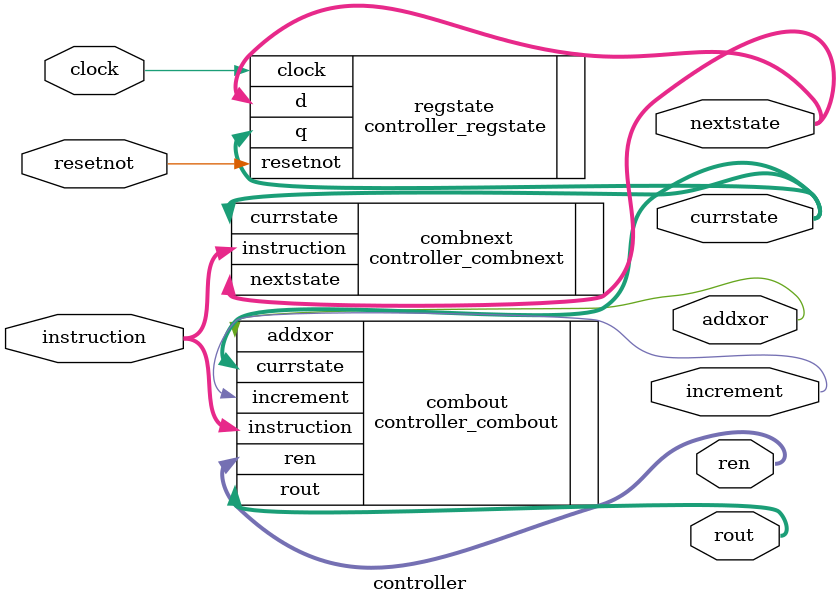
<source format=v>
module controller(clock, resetnot, instruction, rout, ren, addxor, increment
	, currstate, nextstate
);
	input clock, resetnot;

	// Received from datapath.
	input [7:0] instruction;

	// Send to datapath.
	output [15:0] rout, ren;
	output addxor;

	// Send to program counter.
	output increment;

	output [3:0] currstate, nextstate;
	controller_combnext combnext(
		.currstate(currstate), 
		.instruction(instruction),

		.nextstate(nextstate)
	);
	controller_combout combout(
		.currstate(currstate), 
		.instruction(instruction), 

		.rout(rout), 
		.ren(ren),
		.addxor(addxor),
		.increment(increment)
	);
	controller_regstate regstate(
		.d(nextstate), 
		.q(currstate), 

		.clock(clock), 
		.resetnot(resetnot)
	);
endmodule
</source>
